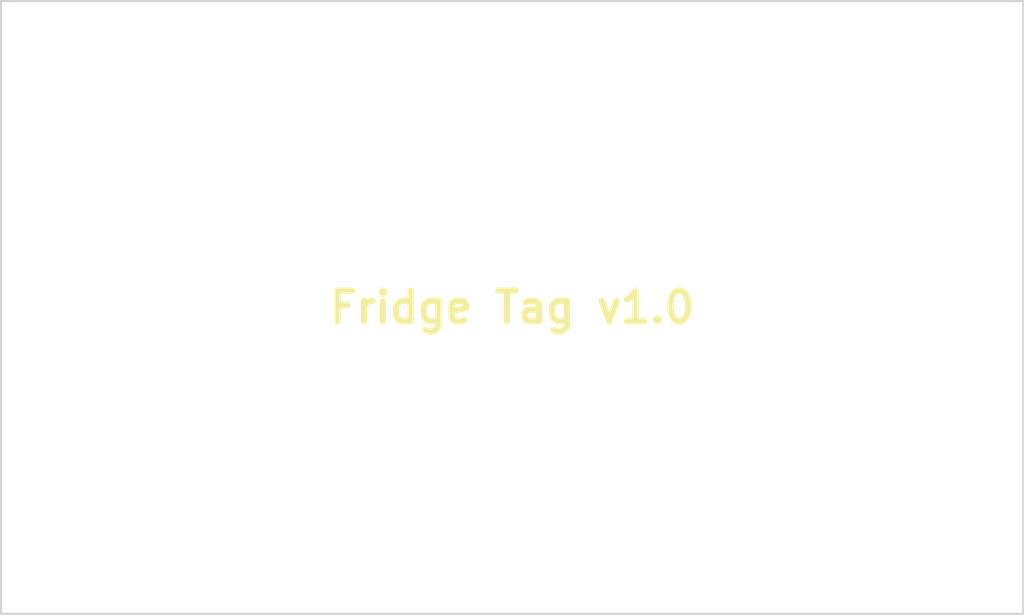
<source format=kicad_pcb>
(kicad_pcb (version 20211014) (generator pcbnew)

  (general
    (thickness 1.6)
  )

  (paper "A4")
  (layers
    (0 "F.Cu" signal)
    (31 "B.Cu" signal)
    (32 "B.Adhes" user "B.Adhesive")
    (33 "F.Adhes" user "F.Adhesive")
    (34 "B.Paste" user)
    (35 "F.Paste" user)
    (36 "B.SilkS" user "B.Silkscreen")
    (37 "F.SilkS" user "F.Silkscreen")
    (38 "B.Mask" user)
    (39 "F.Mask" user)
    (40 "Dwgs.User" user "User.Drawings")
    (41 "Cmts.User" user "User.Comments")
    (42 "Eco1.User" user "User.Eco1")
    (43 "Eco2.User" user "User.Eco2")
    (44 "Edge.Cuts" user)
    (45 "Margin" user)
    (46 "B.CrtYd" user "B.Courtyard")
    (47 "F.CrtYd" user "F.Courtyard")
    (48 "B.Fab" user)
    (49 "F.Fab" user)
  )

  (setup
    (pad_to_mask_clearance 0)
    (pcbplotparams
      (layerselection 0x00010fc_ffffffff)
      (disableapertmacros false)
      (usegerberextensions false)
      (usegerberattributes true)
      (usegerberadvancedattributes true)
      (creategerberjobfile true)
      (svguseinch false)
      (svgprecision 6)
      (excludeedgelayer true)
      (plotframeref false)
      (viasonmask false)
      (mode 1)
      (useauxorigin false)
      (hpglpennumber 1)
      (hpglpenspeed 20)
      (hpglpendiameter 15.000000)
      (dxfpolygonmode true)
      (dxfimperialunits true)
      (dxfusepcbnewfont true)
      (psnegative false)
      (psa4output false)
      (plotreference true)
      (plotvalue true)
      (plotinvisibletext false)
      (sketchpadsonfab false)
      (subtractmaskfromsilk false)
      (outputformat 1)
      (mirror false)
      (drillshape 1)
      (scaleselection 1)
      (outputdirectory "")
    )
  )

  (net 0 "")
  (net 1 "GND")
  (net 2 "VCC")
  (net 3 "SCL")
  (net 4 "SDA")
  (net 5 "TEMP_SENSE")

  (gr_line (start 100 100) (end 150 100) (layer "Edge.Cuts") (width 0.1) (tstamp 1))
  (gr_line (start 150 100) (end 150 130) (layer "Edge.Cuts") (width 0.1) (tstamp 2))
  (gr_line (start 150 130) (end 100 130) (layer "Edge.Cuts") (width 0.1) (tstamp 3))
  (gr_line (start 100 130) (end 100 100) (layer "Edge.Cuts") (width 0.1) (tstamp 4))

  (gr_text "Fridge Tag v1.0" (at 125 115) (layer "F.SilkS")
    (effects (font (size 1.5 1.5) (thickness 0.3)))
    (tstamp 5)
  )

)

</source>
